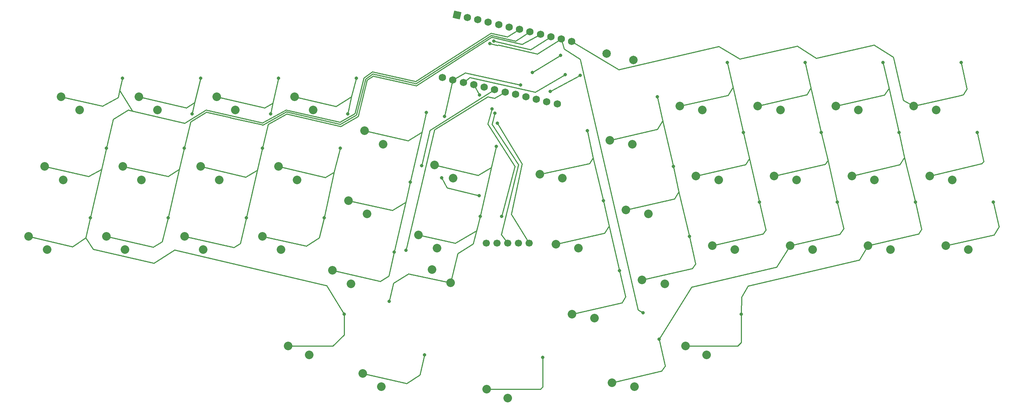
<source format=gtl>
%TF.GenerationSoftware,KiCad,Pcbnew,(7.0.0-0)*%
%TF.CreationDate,2023-05-07T20:22:33+03:00*%
%TF.ProjectId,41_1350_pcb,34315f31-3335-4305-9f70-63622e6b6963,rev?*%
%TF.SameCoordinates,Original*%
%TF.FileFunction,Copper,L1,Top*%
%TF.FilePolarity,Positive*%
%FSLAX46Y46*%
G04 Gerber Fmt 4.6, Leading zero omitted, Abs format (unit mm)*
G04 Created by KiCad (PCBNEW (7.0.0-0)) date 2023-05-07 20:22:33*
%MOMM*%
%LPD*%
G01*
G04 APERTURE LIST*
G04 Aperture macros list*
%AMRotRect*
0 Rectangle, with rotation*
0 The origin of the aperture is its center*
0 $1 length*
0 $2 width*
0 $3 Rotation angle, in degrees counterclockwise*
0 Add horizontal line*
21,1,$1,$2,0,0,$3*%
G04 Aperture macros list end*
%TA.AperFunction,ComponentPad*%
%ADD10C,1.700000*%
%TD*%
%TA.AperFunction,ComponentPad*%
%ADD11C,2.000000*%
%TD*%
%TA.AperFunction,ComponentPad*%
%ADD12C,2.032000*%
%TD*%
%TA.AperFunction,ComponentPad*%
%ADD13RotRect,1.752600X1.752600X347.000000*%
%TD*%
%TA.AperFunction,ComponentPad*%
%ADD14C,1.752600*%
%TD*%
%TA.AperFunction,ViaPad*%
%ADD15C,0.800000*%
%TD*%
%TA.AperFunction,Conductor*%
%ADD16C,0.250000*%
%TD*%
G04 APERTURE END LIST*
D10*
%TO.P,J3,5,Pin_5*%
%TO.N,GND*%
X144274222Y-93714219D03*
%TO.P,J3,4,Pin_4*%
%TO.N,unconnected-(J3-Pin_4-Pad4)*%
X146814222Y-93714219D03*
%TO.P,J3,3,Pin_3*%
%TO.N,SCL*%
X149354222Y-93714219D03*
%TO.P,J3,2,Pin_2*%
%TO.N,SDA*%
X151894222Y-93714219D03*
%TO.P,J3,1,Pin_1*%
%TO.N,VCC*%
X154434222Y-93714219D03*
%TD*%
D11*
%TO.P,RSW1,1,1*%
%TO.N,RST*%
X172765519Y-48788909D03*
%TO.P,RSW1,2,2*%
%TO.N,GND*%
X179098925Y-50251091D03*
%TD*%
D12*
%TO.P,SwE3,1,1*%
%TO.N,Net-(D_E3-A)*%
X95558752Y-95258292D03*
%TO.P,SwE3,2,2*%
%TO.N,col3*%
X91159299Y-92087360D03*
%TD*%
%TO.P,SwE2,1,1*%
%TO.N,Net-(D_E2-A)*%
X77085273Y-95258292D03*
%TO.P,SwE2,2,2*%
%TO.N,col2*%
X72685820Y-92087360D03*
%TD*%
%TO.P,SwE1,1,1*%
%TO.N,Net-(D_E1-A)*%
X58611801Y-95258291D03*
%TO.P,SwE1,2,2*%
%TO.N,col1*%
X54212348Y-92087359D03*
%TD*%
%TO.P,SwE0,1,1*%
%TO.N,Net-(D_E0-A)*%
X40138328Y-95258288D03*
%TO.P,SwE0,2,2*%
%TO.N,col0*%
X35738875Y-92087356D03*
%TD*%
%TO.P,SwD5,2,2*%
%TO.N,col5*%
X249409700Y-77772578D03*
%TO.P,SwD5,1,1*%
%TO.N,Net-(D_D5-A)*%
X254753947Y-78693999D03*
%TD*%
%TO.P,SwD4,1,1*%
%TO.N,Net-(D_D4-A)*%
X236280466Y-78694000D03*
%TO.P,SwD4,2,2*%
%TO.N,col4*%
X230936219Y-77772579D03*
%TD*%
%TO.P,SwD3,1,1*%
%TO.N,Net-(D_D3-A)*%
X217806998Y-78693993D03*
%TO.P,SwD3,2,2*%
%TO.N,col3*%
X212462751Y-77772572D03*
%TD*%
%TO.P,SwD1,1,1*%
%TO.N,Net-(D_D1-A)*%
X182729674Y-86792235D03*
%TO.P,SwD1,2,2*%
%TO.N,col1*%
X177385427Y-85870814D03*
%TD*%
%TO.P,SwD0,1,1*%
%TO.N,Net-(D_D0-A)*%
X166125824Y-94890480D03*
%TO.P,SwD0,2,2*%
%TO.N,col0*%
X160781577Y-93969059D03*
%TD*%
%TO.P,SwC5,1,1*%
%TO.N,Net-(D_C5-A)*%
X132590615Y-94890470D03*
%TO.P,SwC5,2,2*%
%TO.N,col5*%
X128191162Y-91719538D03*
%TD*%
%TO.P,SwB0,1,1*%
%TO.N,Net-(D_B0-A)*%
X162301658Y-78326187D03*
%TO.P,SwB0,2,2*%
%TO.N,col0*%
X156957411Y-77404766D03*
%TD*%
%TO.P,SwD2,1,1*%
%TO.N,Net-(D_D2-A)*%
X199333517Y-78694001D03*
%TO.P,SwD2,2,2*%
%TO.N,col2*%
X193989270Y-77772580D03*
%TD*%
%TO.P,SwC4,1,1*%
%TO.N,Net-(D_C4-A)*%
X115986763Y-86792235D03*
%TO.P,SwC4,2,2*%
%TO.N,col4*%
X111587310Y-83621303D03*
%TD*%
%TO.P,SwC3,1,1*%
%TO.N,Net-(D_C3-A)*%
X99382917Y-78693998D03*
%TO.P,SwC3,2,2*%
%TO.N,col3*%
X94983464Y-75523066D03*
%TD*%
%TO.P,SwC2,1,1*%
%TO.N,Net-(D_C2-A)*%
X80909441Y-78693998D03*
%TO.P,SwC2,2,2*%
%TO.N,col2*%
X76509988Y-75523066D03*
%TD*%
%TO.P,SwC1,1,1*%
%TO.N,Net-(D_C1-A)*%
X62435971Y-78693998D03*
%TO.P,SwC1,2,2*%
%TO.N,col1*%
X58036518Y-75523066D03*
%TD*%
%TO.P,SwC0,1,1*%
%TO.N,Net-(D_C0-A)*%
X43962492Y-78693994D03*
%TO.P,SwC0,2,2*%
%TO.N,col0*%
X39563039Y-75523062D03*
%TD*%
%TO.P,SwB5,1,1*%
%TO.N,Net-(D_B5-A)*%
X250929773Y-62129706D03*
%TO.P,SwB5,2,2*%
%TO.N,col5*%
X245585526Y-61208285D03*
%TD*%
%TO.P,SwG1,1,1*%
%TO.N,Net-(D_G1-A)*%
X119349595Y-127754186D03*
%TO.P,SwG1,2,2*%
%TO.N,col1*%
X114950142Y-124583254D03*
%TD*%
%TO.P,SwB4,1,1*%
%TO.N,Net-(D_B4-A)*%
X232456301Y-62129710D03*
%TO.P,SwB4,2,2*%
%TO.N,col4*%
X227112054Y-61208289D03*
%TD*%
%TO.P,SwA0,1,1*%
%TO.N,Net-(D_A0-A)*%
X47786668Y-62129702D03*
%TO.P,SwA0,2,2*%
%TO.N,col0*%
X43387215Y-58958770D03*
%TD*%
%TO.P,SwA4,1,1*%
%TO.N,Net-(D_A4-A)*%
X119810936Y-70227946D03*
%TO.P,SwA4,2,2*%
%TO.N,col4*%
X115411483Y-67057014D03*
%TD*%
%TO.P,SwA3,1,1*%
%TO.N,Net-(D_A3-A)*%
X103207082Y-62129711D03*
%TO.P,SwA3,2,2*%
%TO.N,col3*%
X98807629Y-58958779D03*
%TD*%
%TO.P,SwB1,1,1*%
%TO.N,Net-(D_B1-A)*%
X178905505Y-70227949D03*
%TO.P,SwB1,2,2*%
%TO.N,col1*%
X173561258Y-69306528D03*
%TD*%
%TO.P,SwF0,1,1*%
%TO.N,Net-(D_F0-A)*%
X169949994Y-111454763D03*
%TO.P,SwF0,2,2*%
%TO.N,col0*%
X164605747Y-110533342D03*
%TD*%
%TO.P,SwA1,1,1*%
%TO.N,Net-(D_A1-A)*%
X66260133Y-62129715D03*
%TO.P,SwA1,2,2*%
%TO.N,col1*%
X61860680Y-58958783D03*
%TD*%
%TO.P,SwB3,1,1*%
%TO.N,Net-(D_B3-A)*%
X213982834Y-62129710D03*
%TO.P,SwB3,2,2*%
%TO.N,col3*%
X208638587Y-61208289D03*
%TD*%
%TO.P,SwB2,1,1*%
%TO.N,Net-(D_B2-A)*%
X195509355Y-62129710D03*
%TO.P,SwB2,2,2*%
%TO.N,col2*%
X190165108Y-61208289D03*
%TD*%
%TO.P,SwF5,1,1*%
%TO.N,Net-(D_F5-A)*%
X258578111Y-95258295D03*
%TO.P,SwF5,2,2*%
%TO.N,col5*%
X253233864Y-94336874D03*
%TD*%
%TO.P,SwF4,1,1*%
%TO.N,Net-(D_F4-A)*%
X240104638Y-95258291D03*
%TO.P,SwF4,2,2*%
%TO.N,col4*%
X234760391Y-94336870D03*
%TD*%
%TO.P,SwF3,1,1*%
%TO.N,Net-(D_F3-A)*%
X221631164Y-95258293D03*
%TO.P,SwF3,2,2*%
%TO.N,col3*%
X216286917Y-94336872D03*
%TD*%
%TO.P,SwF2,1,1*%
%TO.N,Net-(D_F2-A)*%
X203157689Y-95258292D03*
%TO.P,SwF2,2,2*%
%TO.N,col2*%
X197813442Y-94336871D03*
%TD*%
%TO.P,SwF1,1,1*%
%TO.N,Net-(D_F1-A)*%
X186553840Y-103356524D03*
%TO.P,SwF1,2,2*%
%TO.N,col1*%
X181209593Y-102435103D03*
%TD*%
%TO.P,SwE5,1,1*%
%TO.N,Net-(D_E5-A)*%
X131420868Y-99957196D03*
%TO.P,SwE5,2,2*%
%TO.N,col5*%
X135820321Y-103128128D03*
%TD*%
%TO.P,SwE4,1,1*%
%TO.N,Net-(D_E4-A)*%
X112162595Y-103356529D03*
%TO.P,SwE4,2,2*%
%TO.N,col4*%
X107763142Y-100185597D03*
%TD*%
%TO.P,SwA2,1,1*%
%TO.N,Net-(D_A2-A)*%
X84733609Y-62129710D03*
%TO.P,SwA2,2,2*%
%TO.N,col2*%
X80334156Y-58958778D03*
%TD*%
%TO.P,SwA5,1,1*%
%TO.N,Net-(D_A5-A)*%
X136414782Y-78326182D03*
%TO.P,SwA5,2,2*%
%TO.N,col5*%
X132015329Y-75155250D03*
%TD*%
%TO.P,SwG0,1,1*%
%TO.N,Net-(D_G0-A)*%
X102253166Y-120214960D03*
%TO.P,SwG0,2,2*%
%TO.N,col0*%
X97253166Y-118114960D03*
%TD*%
%TO.P,SwG3,1,1*%
%TO.N,Net-(D_G3-A)*%
X179366847Y-127754190D03*
%TO.P,SwG3,2,2*%
%TO.N,col3*%
X174022600Y-126832769D03*
%TD*%
%TO.P,SwG4,1,1*%
%TO.N,Net-(D_G4-A)*%
X196463275Y-120214959D03*
%TO.P,SwG4,2,2*%
%TO.N,col4*%
X191463275Y-118114959D03*
%TD*%
%TO.P,SwG2,1,1*%
%TO.N,Net-(D_G2-A)*%
X149358222Y-130412687D03*
%TO.P,SwG2,2,2*%
%TO.N,col2*%
X144358222Y-128312687D03*
%TD*%
D13*
%TO.P,U1,1,TX0/PD3*%
%TO.N,unconnected-(U1-TX0{slash}PD3-Pad1)*%
X137287077Y-39588302D03*
D14*
%TO.P,U1,2,RX1/PD2*%
%TO.N,unconnected-(U1-RX1{slash}PD2-Pad2)*%
X139761978Y-40159679D03*
%TO.P,U1,3,GND*%
%TO.N,unconnected-(U1-GND-Pad3)*%
X142236878Y-40731054D03*
%TO.P,U1,4,GND*%
%TO.N,unconnected-(U1-GND-Pad4)*%
X144711778Y-41302430D03*
%TO.P,U1,5,2/PD1*%
%TO.N,SDA*%
X147186678Y-41873806D03*
%TO.P,U1,6,3/PD0*%
%TO.N,SCL*%
X149661578Y-42445181D03*
%TO.P,U1,7,4/PD4*%
%TO.N,col0*%
X152136478Y-43016557D03*
%TO.P,U1,8,5/PC6*%
%TO.N,col1*%
X154611378Y-43587933D03*
%TO.P,U1,9,6/PD7*%
%TO.N,col2*%
X157086278Y-44159308D03*
%TO.P,U1,10,7/PE6*%
%TO.N,col3*%
X159561178Y-44730684D03*
%TO.P,U1,11,8/PB4*%
%TO.N,col4*%
X162036078Y-45302060D03*
%TO.P,U1,12,9/PB5*%
%TO.N,col5*%
X164510978Y-45873435D03*
%TO.P,U1,13,10/PB6*%
%TO.N,unconnected-(U1-10{slash}PB6-Pad13)*%
X161082724Y-60722835D03*
%TO.P,U1,14,16/PB2*%
%TO.N,rowB*%
X158607824Y-60151460D03*
%TO.P,U1,15,14/PB3*%
%TO.N,rowD*%
X156132924Y-59580084D03*
%TO.P,U1,16,15/PB1*%
%TO.N,rowF*%
X153658024Y-59008708D03*
%TO.P,U1,17,A0/PF7*%
%TO.N,rowG*%
X151183124Y-58437333D03*
%TO.P,U1,18,A1/PF6*%
%TO.N,rowE*%
X148708224Y-57865957D03*
%TO.P,U1,19,A2/PF5*%
%TO.N,rowC*%
X146233324Y-57294581D03*
%TO.P,U1,20,A3/PF4*%
%TO.N,rowA*%
X143758424Y-56723205D03*
%TO.P,U1,21,VCC*%
%TO.N,VCC*%
X141283524Y-56151830D03*
%TO.P,U1,22,RST*%
%TO.N,RST*%
X138808624Y-55580454D03*
%TO.P,U1,23,GND*%
%TO.N,GND*%
X136333724Y-55009078D03*
%TO.P,U1,24*%
%TO.N,unconnected-(U1-Pad24)*%
X133858824Y-54437703D03*
%TD*%
D15*
%TO.N,GND*%
X159402222Y-57760000D03*
X152412222Y-56180000D03*
X166502222Y-53900000D03*
%TO.N,RST*%
X162952222Y-53740000D03*
%TO.N,GND*%
X134382222Y-63630000D03*
X142572222Y-82450000D03*
X133642222Y-78250000D03*
%TO.N,SDA*%
X147932222Y-87360000D03*
X145582222Y-61840000D03*
%TO.N,SCL*%
X146282222Y-62850000D03*
%TO.N,VCC*%
X146862222Y-65300000D03*
X142662222Y-58560000D03*
%TO.N,rowE*%
X125176086Y-95416136D03*
%TO.N,rowC*%
X128942222Y-75340000D03*
%TO.N,col5*%
X155192222Y-53260000D03*
X161862222Y-49140000D03*
%TO.N,col4*%
X145062222Y-46340000D03*
%TO.N,col3*%
X146012222Y-45780000D03*
X111392222Y-63030000D03*
%TO.N,col2*%
X93082222Y-63100000D03*
%TO.N,col1*%
X74522222Y-63050000D03*
%TO.N,col4*%
X181432222Y-110240000D03*
%TO.N,col2*%
X157633222Y-120762687D03*
%TO.N,col1*%
X129583285Y-120212985D03*
%TO.N,col0*%
X110528166Y-110564960D03*
%TO.N,col5*%
X121187178Y-107498397D03*
X142824305Y-87349269D03*
X146648472Y-70784981D03*
%TO.N,col4*%
X122396285Y-95815328D03*
X126220453Y-79251034D03*
X130044626Y-62686745D03*
%TO.N,col3*%
X113440772Y-54588510D03*
X109616607Y-71152797D03*
X105792442Y-87717091D03*
%TO.N,col2*%
X87318963Y-87717091D03*
X91143131Y-71152797D03*
X94967299Y-54588509D03*
%TO.N,col1*%
X76493823Y-54588514D03*
X72669661Y-71152797D03*
X68845491Y-87717090D03*
%TO.N,col0*%
X50372018Y-87717087D03*
X54196182Y-71152793D03*
X58020358Y-54588501D03*
%TO.N,col1*%
X192445975Y-92092383D03*
X188621809Y-75528094D03*
%TO.N,col3*%
X185258982Y-116490049D03*
%TO.N,col4*%
X204738275Y-110564959D03*
%TO.N,col0*%
X175842129Y-100190622D03*
X172017959Y-83626339D03*
X168193793Y-67062046D03*
%TO.N,col1*%
X184797640Y-58963808D03*
%TO.N,col2*%
X201401490Y-50865569D03*
X205225652Y-67429860D03*
X209049824Y-83994151D03*
%TO.N,col3*%
X227523299Y-83994152D03*
X223699133Y-67429852D03*
X219874969Y-50865569D03*
%TO.N,col4*%
X238348436Y-50865569D03*
X242172601Y-67429859D03*
X245996773Y-83994150D03*
%TO.N,col5*%
X264470246Y-83994154D03*
X260646082Y-67429858D03*
X256821908Y-50865565D03*
%TD*%
D16*
%TO.N,GND*%
X166502222Y-53900000D02*
X159402222Y-57760000D01*
X152412222Y-56180000D02*
X139222222Y-53310000D01*
X139222222Y-53310000D02*
X136333724Y-55009078D01*
%TO.N,RST*%
X162952222Y-53740000D02*
X155862222Y-57880000D01*
X155862222Y-57880000D02*
X140342222Y-54420000D01*
X140342222Y-54420000D02*
X138808624Y-55580454D01*
%TO.N,GND*%
X133642222Y-78250000D02*
X134932222Y-80620000D01*
X136333724Y-55009078D02*
X134382222Y-63630000D01*
X134932222Y-80620000D02*
X142572222Y-82450000D01*
%TO.N,SDA*%
X151002222Y-75470000D02*
X147932222Y-87360000D01*
X145582222Y-61840000D02*
X144592222Y-65470000D01*
X144592222Y-65470000D02*
X151002222Y-75470000D01*
%TO.N,SCL*%
X151892222Y-75100000D02*
X147812222Y-91670000D01*
X145602222Y-65550000D02*
X151892222Y-75100000D01*
X146282222Y-62850000D02*
X145602222Y-65550000D01*
X147812222Y-91670000D02*
X149354222Y-93714219D01*
%TO.N,VCC*%
X141283524Y-56151830D02*
X142662222Y-58560000D01*
X146862222Y-65300000D02*
X152732222Y-74890000D01*
X152732222Y-74890000D02*
X150142222Y-86830000D01*
X150142222Y-86830000D02*
X154434222Y-93714219D01*
%TO.N,rowE*%
X125176086Y-95416136D02*
X131972222Y-66810000D01*
X146242222Y-59330000D02*
X148708224Y-57865957D01*
X131972222Y-66810000D02*
X144622222Y-58980000D01*
X144622222Y-58980000D02*
X146242222Y-59330000D01*
%TO.N,rowC*%
X128942222Y-75340000D02*
X130892222Y-66930000D01*
X130892222Y-66930000D02*
X146233324Y-57294581D01*
%TO.N,col5*%
X155192222Y-53260000D02*
X161862222Y-49140000D01*
%TO.N,col4*%
X145062222Y-46340000D02*
X146872222Y-46780000D01*
X146872222Y-46780000D02*
X147132222Y-46680000D01*
X156332222Y-48820000D02*
X147132222Y-46680000D01*
X162036078Y-45302060D02*
X156332222Y-48820000D01*
%TO.N,col3*%
X146012222Y-45780000D02*
X154742222Y-47820000D01*
X154742222Y-47820000D02*
X159561178Y-44730684D01*
%TO.N,col0*%
X65462222Y-98480000D02*
X51052222Y-95160000D01*
X70362222Y-95340000D02*
X65462222Y-98480000D01*
X51052222Y-95160000D02*
X49302222Y-92450000D01*
X110528166Y-110564960D02*
X106372222Y-103770000D01*
X106372222Y-103770000D02*
X70362222Y-95340000D01*
%TO.N,col3*%
X111392222Y-63030000D02*
X112272222Y-58960000D01*
%TO.N,col2*%
X93082222Y-63100000D02*
X93642222Y-60510000D01*
%TO.N,col1*%
X74522222Y-63050000D02*
X75072222Y-60370000D01*
%TO.N,col5*%
X137472222Y-96160000D02*
X141112222Y-93890000D01*
X135820321Y-103128128D02*
X137472222Y-96160000D01*
X141962222Y-90740000D02*
X141987647Y-90640000D01*
X141987647Y-90640000D02*
X142824305Y-87349269D01*
X141112222Y-93890000D02*
X141987647Y-90640000D01*
X145452222Y-75770000D02*
X145545810Y-75380000D01*
X145545810Y-75380000D02*
X146648472Y-70784981D01*
X142824305Y-87349269D02*
X145545810Y-75380000D01*
%TO.N,col4*%
X128982222Y-67400000D02*
X129004763Y-67300000D01*
X129004763Y-67300000D02*
X130044626Y-62686745D01*
X126220453Y-79251034D02*
X129004763Y-67300000D01*
X125172222Y-83930000D02*
X125199106Y-83810000D01*
X125199106Y-83810000D02*
X126220453Y-79251034D01*
X122396285Y-95815328D02*
X125199106Y-83810000D01*
%TO.N,col3*%
X108172222Y-76830000D02*
X108202752Y-76710000D01*
X108202752Y-76710000D02*
X109616607Y-71152797D01*
X105792442Y-87717091D02*
X108202752Y-76710000D01*
%TO.N,col2*%
X91143131Y-71152797D02*
X89963945Y-76240000D01*
X89963945Y-76240000D02*
X89922222Y-76420000D01*
X87318963Y-87717091D02*
X89963945Y-76240000D01*
%TO.N,col1*%
X68845491Y-87717090D02*
X71412222Y-76220000D01*
%TO.N,col0*%
X53042222Y-76160000D02*
X53072182Y-76030000D01*
X53072182Y-76030000D02*
X54196182Y-71152793D01*
X50372018Y-87717087D02*
X53072182Y-76030000D01*
X60372222Y-62414615D02*
X72702222Y-65260000D01*
X59312222Y-62170000D02*
X60372222Y-62414615D01*
X56932222Y-59170000D02*
X57333608Y-57480000D01*
X57333608Y-57480000D02*
X58020358Y-54588501D01*
X60372222Y-62414615D02*
X57333608Y-57480000D01*
X53252222Y-61210000D02*
X56932222Y-59170000D01*
X55762222Y-64290000D02*
X59312222Y-62170000D01*
%TO.N,col2*%
X141304270Y-47590000D02*
X145508673Y-44892270D01*
X145508673Y-44892270D02*
X152712222Y-46580000D01*
X152712222Y-46580000D02*
X157086278Y-44159308D01*
%TO.N,col0*%
X96782222Y-62100000D02*
X109522222Y-65030000D01*
X54196182Y-71152793D02*
X55762222Y-64290000D01*
X72702222Y-65260000D02*
X77782222Y-62170000D01*
X109522222Y-65030000D02*
X113062222Y-62980000D01*
X113062222Y-62980000D02*
X115212222Y-54500000D01*
X115212222Y-54500000D02*
X117262222Y-53100000D01*
X117262222Y-53100000D02*
X127482222Y-55360000D01*
X91182222Y-65200000D02*
X96782222Y-62100000D01*
X77782222Y-62170000D02*
X91182222Y-65200000D01*
X127482222Y-55360000D02*
X145342222Y-43930000D01*
X145342222Y-43930000D02*
X149242222Y-44810000D01*
X149242222Y-44810000D02*
X152136478Y-43016557D01*
%TO.N,col1*%
X83608073Y-63960966D02*
X83662324Y-63960966D01*
X83592222Y-63945115D02*
X83608073Y-63960966D01*
X117355195Y-53581431D02*
X127582222Y-55860000D01*
X74152222Y-64920000D02*
X77860541Y-62649070D01*
X77860541Y-62649070D02*
X83592222Y-63945115D01*
X72669661Y-71152797D02*
X74152222Y-64920000D01*
X83662324Y-63960966D02*
X91070363Y-65636067D01*
X91070363Y-65636067D02*
X91114325Y-65680029D01*
X91114325Y-65680029D02*
X91264780Y-65680029D01*
X91264780Y-65680029D02*
X91411471Y-65587443D01*
X91411471Y-65587443D02*
X96849354Y-62577186D01*
X96849354Y-62577186D02*
X109612222Y-65550000D01*
X109612222Y-65550000D02*
X113452222Y-63340000D01*
X113452222Y-63340000D02*
X115606584Y-54775604D01*
X115606584Y-54775604D02*
X117355195Y-53581431D01*
X127582222Y-55860000D02*
X145425835Y-44410754D01*
X145425835Y-44410754D02*
X151212222Y-45750000D01*
X151212222Y-45750000D02*
X154611378Y-43587933D01*
%TO.N,col2*%
X127702222Y-56360000D02*
X141304270Y-47590000D01*
X91143131Y-71152797D02*
X92562222Y-65510000D01*
X92562222Y-65510000D02*
X96915855Y-63054721D01*
X96915855Y-63054721D02*
X109691674Y-66030553D01*
X113872222Y-63660000D02*
X116001343Y-55050937D01*
X109691674Y-66030553D02*
X109843369Y-65936174D01*
X109843369Y-65936174D02*
X113872222Y-63660000D01*
X116001343Y-55050937D02*
X117447819Y-54063101D01*
X117447819Y-54063101D02*
X127702222Y-56360000D01*
X89922222Y-76420000D02*
X87202222Y-78060000D01*
X87202222Y-78060000D02*
X76509988Y-75523066D01*
%TO.N,col4*%
X181432222Y-110240000D02*
X180212222Y-109530000D01*
X180212222Y-109530000D02*
X166522222Y-50130000D01*
X166522222Y-50130000D02*
X162672222Y-47690000D01*
X162672222Y-47690000D02*
X162036078Y-45302060D01*
%TO.N,col5*%
X164510978Y-45873435D02*
X175632222Y-52540000D01*
X243152222Y-59860000D02*
X245585526Y-61208285D01*
X175632222Y-52540000D02*
X199392222Y-47050000D01*
X240812222Y-49610000D02*
X243152222Y-59860000D01*
X199392222Y-47050000D02*
X204342222Y-50050000D01*
X217962222Y-46970000D02*
X222502222Y-49830000D01*
X204342222Y-50050000D02*
X217962222Y-46970000D01*
X222502222Y-49830000D02*
X236232222Y-46680000D01*
X236232222Y-46680000D02*
X240812222Y-49610000D01*
%TO.N,col4*%
X206302222Y-103880000D02*
X204782222Y-106500000D01*
X204782222Y-106500000D02*
X204738275Y-110564959D01*
X234760391Y-94336870D02*
X232712222Y-97700000D01*
X232712222Y-97700000D02*
X206302222Y-103880000D01*
%TO.N,col3*%
X185258982Y-116490049D02*
X192972222Y-104110000D01*
X192972222Y-104110000D02*
X213122222Y-99420000D01*
X213122222Y-99420000D02*
X216286917Y-94336872D01*
%TO.N,col0*%
X175842129Y-100190622D02*
X173412222Y-89650000D01*
X172017959Y-83626339D02*
X169602222Y-73440000D01*
%TO.N,col1*%
X188621809Y-75528094D02*
X186052222Y-64670000D01*
X192445975Y-92092383D02*
X189932222Y-81540000D01*
%TO.N,col2*%
X209049824Y-83994151D02*
X206622222Y-73610000D01*
X205225652Y-67429860D02*
X202752222Y-56730000D01*
%TO.N,col3*%
X223699133Y-67429852D02*
X221242222Y-56890000D01*
X227523299Y-83994152D02*
X225242222Y-74040000D01*
%TO.N,col4*%
X245996773Y-83994150D02*
X243432222Y-73430000D01*
X242172601Y-67429859D02*
X239792222Y-56950000D01*
X191463275Y-118114959D02*
X203887263Y-118114959D01*
X203887263Y-118114959D02*
X204738275Y-117263947D01*
X204738275Y-117263947D02*
X204738275Y-110564959D01*
%TO.N,col2*%
X144358222Y-128312687D02*
X157099535Y-128312687D01*
X157099535Y-128312687D02*
X157633222Y-127779000D01*
X157633222Y-127779000D02*
X157633222Y-120762687D01*
%TO.N,col0*%
X97253166Y-118114960D02*
X107847262Y-118114960D01*
X107847262Y-118114960D02*
X110528166Y-115434056D01*
X110528166Y-115434056D02*
X110528166Y-110564960D01*
%TO.N,col5*%
X142302222Y-77600000D02*
X145452222Y-75770000D01*
X132015329Y-75155250D02*
X142302222Y-77600000D01*
X128191162Y-91719538D02*
X136872222Y-93740000D01*
X136872222Y-93740000D02*
X141962222Y-90740000D01*
X135820321Y-103128128D02*
X125822222Y-100950000D01*
X122272222Y-103160000D02*
X121187178Y-107498397D01*
X125822222Y-100950000D02*
X122272222Y-103160000D01*
%TO.N,col1*%
X114950142Y-124583254D02*
X125352222Y-126960000D01*
X125352222Y-126960000D02*
X128502222Y-124970000D01*
X128502222Y-124970000D02*
X129583285Y-120212985D01*
%TO.N,col4*%
X119072222Y-102760000D02*
X121102222Y-101540000D01*
X107763142Y-100185597D02*
X119072222Y-102760000D01*
X121102222Y-101540000D02*
X122396285Y-95815328D01*
X122002222Y-85890000D02*
X125172222Y-83930000D01*
X111587310Y-83621303D02*
X122002222Y-85890000D01*
X125682222Y-69440000D02*
X128982222Y-67400000D01*
X115411483Y-67057014D02*
X125682222Y-69440000D01*
%TO.N,col3*%
X108582222Y-61300000D02*
X112272222Y-58960000D01*
X98807629Y-58958779D02*
X108582222Y-61300000D01*
X112272222Y-58960000D02*
X113440772Y-54588510D01*
X106102222Y-78090000D02*
X108172222Y-76830000D01*
X94983464Y-75523066D02*
X106102222Y-78090000D01*
X91159299Y-92087360D02*
X101562222Y-94380000D01*
X101562222Y-94380000D02*
X104662222Y-92420000D01*
X104662222Y-92420000D02*
X105792442Y-87717091D01*
%TO.N,col2*%
X72685820Y-92087360D02*
X84372222Y-94700000D01*
X85952222Y-93760000D02*
X87318963Y-87717091D01*
X84372222Y-94700000D02*
X85952222Y-93760000D01*
X91682222Y-61590000D02*
X93642222Y-60510000D01*
X80334156Y-58958778D02*
X91682222Y-61590000D01*
X93642222Y-60510000D02*
X94967299Y-54588509D01*
%TO.N,col1*%
X73142222Y-61590000D02*
X75072222Y-60370000D01*
X61860680Y-58958783D02*
X73142222Y-61590000D01*
X75072222Y-60370000D02*
X76493823Y-54588514D01*
X58036518Y-75523066D02*
X68782222Y-77850000D01*
X68782222Y-77850000D02*
X71412222Y-76220000D01*
X71412222Y-76220000D02*
X72669661Y-71152797D01*
X54212348Y-92087359D02*
X65302222Y-94610000D01*
X65302222Y-94610000D02*
X67402222Y-93360000D01*
X67402222Y-93360000D02*
X68845491Y-87717090D01*
%TO.N,col0*%
X35738875Y-92087356D02*
X46112222Y-94550000D01*
X46112222Y-94550000D02*
X49302222Y-92450000D01*
X49302222Y-92450000D02*
X50372018Y-87717087D01*
X49942222Y-77910000D02*
X53042222Y-76160000D01*
X39563039Y-75523062D02*
X49942222Y-77910000D01*
X43387215Y-58958770D02*
X53252222Y-61210000D01*
X168762222Y-74790000D02*
X169602222Y-73440000D01*
X156957411Y-77404766D02*
X168762222Y-74790000D01*
X169602222Y-73440000D02*
X168193793Y-67062046D01*
X172292222Y-91300000D02*
X173412222Y-89650000D01*
X160781577Y-93969059D02*
X172292222Y-91300000D01*
X173412222Y-89650000D02*
X172017959Y-83626339D01*
X176392222Y-107810000D02*
X177272222Y-106450000D01*
X164605747Y-110533342D02*
X176392222Y-107810000D01*
X177272222Y-106450000D02*
X175842129Y-100190622D01*
%TO.N,col1*%
X193102222Y-99680000D02*
X193852222Y-98600000D01*
X181209593Y-102435103D02*
X193102222Y-99680000D01*
X193852222Y-98600000D02*
X192445975Y-92092383D01*
X188912222Y-83210000D02*
X189932222Y-81540000D01*
X177385427Y-85870814D02*
X188912222Y-83210000D01*
X189932222Y-81540000D02*
X188621809Y-75528094D01*
X184792222Y-66720000D02*
X186052222Y-64670000D01*
X173561258Y-69306528D02*
X184792222Y-66720000D01*
X186052222Y-64670000D02*
X184797640Y-58963808D01*
%TO.N,col3*%
X185852222Y-124060000D02*
X186692222Y-122800000D01*
X174022600Y-126832769D02*
X185852222Y-124060000D01*
X186692222Y-122800000D02*
X185258982Y-116490049D01*
%TO.N,col2*%
X197813442Y-94336871D02*
X209902222Y-91540000D01*
X209902222Y-91540000D02*
X210552222Y-90560000D01*
X210552222Y-90560000D02*
X209049824Y-83994151D01*
X193989270Y-77772580D02*
X205692222Y-75060000D01*
X205692222Y-75060000D02*
X206622222Y-73610000D01*
X206622222Y-73610000D02*
X205225652Y-67429860D01*
X190165108Y-61208289D02*
X201592222Y-58650000D01*
X201592222Y-58650000D02*
X202752222Y-56730000D01*
X202752222Y-56730000D02*
X201401490Y-50865569D01*
%TO.N,col3*%
X208638587Y-61208289D02*
X220292222Y-58490000D01*
X220292222Y-58490000D02*
X221242222Y-56890000D01*
X221242222Y-56890000D02*
X219874969Y-50865569D01*
X224612222Y-75010000D02*
X225242222Y-74040000D01*
X212462751Y-77772572D02*
X224612222Y-75010000D01*
X225242222Y-74040000D02*
X223699133Y-67429852D01*
X228102222Y-91590000D02*
X228982222Y-90250000D01*
X216286917Y-94336872D02*
X228102222Y-91590000D01*
X228982222Y-90250000D02*
X227523299Y-83994152D01*
%TO.N,col4*%
X246762222Y-91520000D02*
X247452222Y-90440000D01*
X234760391Y-94336870D02*
X246762222Y-91520000D01*
X247452222Y-90440000D02*
X245996773Y-83994150D01*
X242312222Y-75090000D02*
X243432222Y-73430000D01*
X230936219Y-77772579D02*
X242312222Y-75090000D01*
X243432222Y-73430000D02*
X242172601Y-67429859D01*
X238632222Y-58530000D02*
X239792222Y-56950000D01*
X239792222Y-56950000D02*
X238348436Y-50865569D01*
X227112054Y-61208289D02*
X238632222Y-58530000D01*
%TO.N,col5*%
X264632222Y-91730000D02*
X265852222Y-89830000D01*
X253233864Y-94336874D02*
X264632222Y-91730000D01*
X265852222Y-89830000D02*
X264470246Y-83994154D01*
X261802222Y-74870000D02*
X262202222Y-74350000D01*
X262202222Y-74350000D02*
X260646082Y-67429858D01*
X249409700Y-77772578D02*
X261802222Y-74870000D01*
X258222222Y-57150000D02*
X257412222Y-58520000D01*
X257412222Y-58520000D02*
X256532222Y-58700000D01*
X256821908Y-50865565D02*
X258222222Y-57150000D01*
X245585526Y-61208285D02*
X256532222Y-58700000D01*
%TD*%
M02*

</source>
